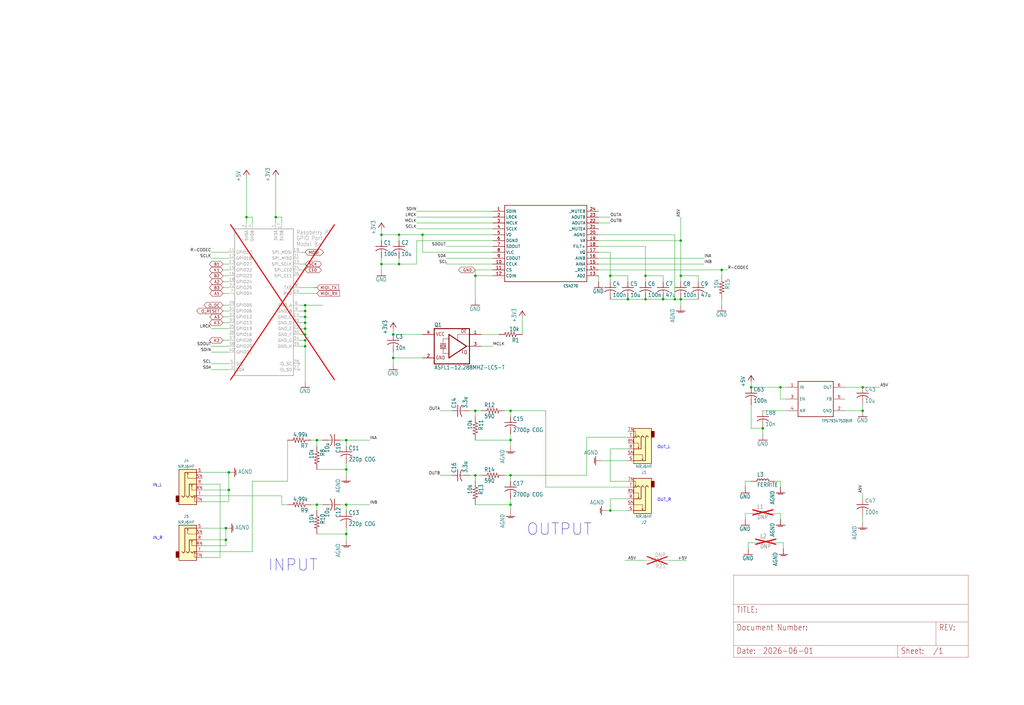
<source format=kicad_sch>
(kicad_sch (version 20231120) (generator "eeschema") (generator_version "8.0")
  (paper "User" 443.23 305.206)
  (junction (at 220.98 205.74))
  (junction (at 205.74 119.38))
  (junction (at 132.08 139.7))
  (junction (at 149.86 190.5))
  (junction (at 373.38 167.64))
  (junction (at 149.86 218.44))
  (junction (at 220.98 190.5))
  (junction (at 99.06 212.09))
  (junction (at 132.08 144.78))
  (junction (at 137.16 190.5))
  (junction (at 106.68 93.98))
  (junction (at 220.98 218.44))
  (junction (at 132.08 142.24))
  (junction (at 271.78 129.54))
  (junction (at 294.64 104.14))
  (junction (at 119.38 93.98))
  (junction (at 137.16 218.44))
  (junction (at 294.64 119.38))
  (junction (at 294.64 129.54))
  (junction (at 165.1 114.3))
  (junction (at 132.08 149.86))
  (junction (at 132.08 134.62))
  (junction (at 279.4 119.38))
  (junction (at 220.98 177.8))
  (junction (at 287.02 129.54))
  (junction (at 99.06 204.47))
  (junction (at 97.79 233.68))
  (junction (at 132.08 132.08))
  (junction (at 182.88 101.6))
  (junction (at 312.42 116.84))
  (junction (at 132.08 137.16))
  (junction (at 264.16 220.98))
  (junction (at 170.18 144.78))
  (junction (at 325.12 167.64))
  (junction (at 97.79 228.6))
  (junction (at 330.2 185.42))
  (junction (at 279.4 129.54))
  (junction (at 172.72 101.6))
  (junction (at 149.86 231.14))
  (junction (at 205.74 205.74))
  (junction (at 373.38 177.8))
  (junction (at 165.1 101.6))
  (junction (at 132.08 147.32))
  (junction (at 337.82 167.64))
  (junction (at 170.18 154.94))
  (junction (at 292.1 129.54))
  (junction (at 264.16 119.38))
  (junction (at 149.86 203.2))
  (junction (at 172.72 114.3))
  (junction (at 205.74 177.8))
  (wire (pts (xy 279.4 129.54) (xy 271.78 129.54)) (stroke (width 0.1524)))
  (wire (pts (xy 129.54 147.32) (xy 132.08 147.32)) (stroke (width 0.1524)))
  (wire (pts (xy 87.63 214.63) (xy 121.92 214.63)))
  (wire (pts (xy 264.16 119.38) (xy 271.78 119.38)) (stroke (width 0.1524)))
  (wire (pts (xy 335.28 208.28) (xy 337.82 208.28)) (stroke (width 0.1524)))
  (wire (pts (xy 236.22 177.8) (xy 236.22 210.82)) (stroke (width 0.1524)))
  (wire (pts (xy 271.78 189.23) (xy 254 189.23)))
  (wire (pts (xy 264.16 220.98) (xy 271.78 220.98)))
  (wire (pts (xy 180.34 99.06) (xy 213.36 99.06)) (stroke (width 0.1524)))
  (wire (pts (xy 262.89 220.98) (xy 264.16 220.98)))
  (wire (pts (xy 259.08 109.22) (xy 264.16 109.22)) (stroke (width 0.1524)))
  (wire (pts (xy 337.82 224.79) (xy 337.82 222.25)) (stroke (width 0.1524)))
  (wire (pts (xy 87.63 209.55) (xy 95.25 209.55)))
  (wire (pts (xy 180.34 93.98) (xy 213.36 93.98)) (stroke (width 0.1524)))
  (wire (pts (xy 87.63 217.17) (xy 99.06 217.17)))
  (wire (pts (xy 337.82 167.64) (xy 340.36 167.64)) (stroke (width 0.1524)))
  (wire (pts (xy 149.86 190.5) (xy 149.86 193.04)) (stroke (width 0.1524)))
  (wire (pts (xy 213.36 104.14) (xy 180.34 104.14)) (stroke (width 0.1524)))
  (wire (pts (xy 271.78 194.31) (xy 264.16 194.31)))
  (wire (pts (xy 121.92 93.98) (xy 121.92 96.52)) (stroke (width 0.1524)))
  (wire (pts (xy 264.16 215.9) (xy 264.16 220.98)))
  (wire (pts (xy 182.88 144.78) (xy 170.18 144.78)) (stroke (width 0.1524)))
  (wire (pts (xy 339.09 237.49) (xy 339.09 234.95)) (stroke (width 0.1524)))
  (wire (pts (xy 124.46 208.28) (xy 109.22 208.28)))
  (wire (pts (xy 373.38 215.9) (xy 373.38 213.36)) (stroke (width 0.1524)))
  (wire (pts (xy 294.64 104.14) (xy 294.64 119.38)) (stroke (width 0.1524)))
  (wire (pts (xy 180.34 104.14) (xy 180.34 114.3)) (stroke (width 0.1524)))
  (wire (pts (xy 218.44 177.8) (xy 220.98 177.8)) (stroke (width 0.1524)))
  (wire (pts (xy 96.52 132.08) (xy 99.06 132.08)) (stroke (width 0.1524)))
  (wire (pts (xy 203.2 177.8) (xy 205.74 177.8)) (stroke (width 0.1524)))
  (wire (pts (xy 279.4 119.38) (xy 279.4 121.92)) (stroke (width 0.1524)))
  (wire (pts (xy 322.58 208.28) (xy 322.58 210.82)) (stroke (width 0.1524)))
  (wire (pts (xy 236.22 210.82) (xy 271.78 210.82)))
  (wire (pts (xy 259.08 111.76) (xy 304.8 111.76)) (stroke (width 0.1524)))
  (wire (pts (xy 213.36 109.22) (xy 182.88 109.22)) (stroke (width 0.1524)))
  (wire (pts (xy 259.08 104.14) (xy 294.64 104.14)) (stroke (width 0.1524)))
  (wire (pts (xy 134.62 190.5) (xy 137.16 190.5)) (stroke (width 0.1524)))
  (wire (pts (xy 373.38 167.64) (xy 381 167.64)) (stroke (width 0.1524)))
  (wire (pts (xy 193.04 114.3) (xy 213.36 114.3)) (stroke (width 0.1524)))
  (wire (pts (xy 294.64 104.14) (xy 294.64 93.98)) (stroke (width 0.1524)))
  (wire (pts (xy 87.63 233.68) (xy 97.79 233.68)))
  (wire (pts (xy 294.64 132.08) (xy 294.64 129.54)) (stroke (width 0.1524)))
  (wire (pts (xy 340.36 177.8) (xy 330.2 177.8)) (stroke (width 0.1524)))
  (wire (pts (xy 129.54 132.08) (xy 132.08 132.08)) (stroke (width 0.1524)))
  (wire (pts (xy 147.32 218.44) (xy 149.86 218.44)) (stroke (width 0.1524)))
  (wire (pts (xy 96.52 137.16) (xy 99.06 137.16)) (stroke (width 0.1524)))
  (wire (pts (xy 287.02 119.38) (xy 287.02 121.92)) (stroke (width 0.1524)))
  (wire (pts (xy 322.58 222.25) (xy 322.58 224.79)) (stroke (width 0.1524)))
  (wire (pts (xy 129.54 144.78) (xy 132.08 144.78)) (stroke (width 0.1524)))
  (wire (pts (xy 279.4 119.38) (xy 287.02 119.38)) (stroke (width 0.1524)))
  (wire (pts (xy 172.72 101.6) (xy 165.1 101.6)) (stroke (width 0.1524)))
  (wire (pts (xy 337.82 210.82) (xy 337.82 208.28)) (stroke (width 0.1524)))
  (wire (pts (xy 97.79 228.6) (xy 97.79 233.68)))
  (wire (pts (xy 121.92 218.44) (xy 124.46 218.44)) (stroke (width 0.1524)))
  (wire (pts (xy 99.06 212.09) (xy 99.06 217.17)))
  (wire (pts (xy 149.86 228.6) (xy 149.86 231.14)) (stroke (width 0.1524)))
  (wire (pts (xy 87.63 212.09) (xy 99.06 212.09)))
  (wire (pts (xy 172.72 114.3) (xy 165.1 114.3)) (stroke (width 0.1524)))
  (wire (pts (xy 91.44 149.86) (xy 99.06 149.86)) (stroke (width 0.1524)))
  (wire (pts (xy 259.08 116.84) (xy 312.42 116.84)) (stroke (width 0.1524)))
  (wire (pts (xy 302.26 119.38) (xy 302.26 121.92)) (stroke (width 0.1524)))
  (wire (pts (xy 294.64 119.38) (xy 302.26 119.38)) (stroke (width 0.1524)))
  (wire (pts (xy 170.18 157.48) (xy 170.18 154.94)) (stroke (width 0.1524)))
  (wire (pts (xy 132.08 114.3) (xy 129.54 114.3)) (stroke (width 0.1524)))
  (wire (pts (xy 236.22 177.8) (xy 220.98 177.8)) (stroke (width 0.1524)))
  (wire (pts (xy 205.74 218.44) (xy 220.98 218.44)) (stroke (width 0.1524)))
  (wire (pts (xy 259.08 106.68) (xy 279.4 106.68)) (stroke (width 0.1524)))
  (wire (pts (xy 95.25 209.55) (xy 95.25 241.3)))
  (wire (pts (xy 365.76 167.64) (xy 373.38 167.64)) (stroke (width 0.1524)))
  (wire (pts (xy 270.51 242.57) (xy 279.4 242.57)))
  (wire (pts (xy 96.52 116.84) (xy 99.06 116.84)) (stroke (width 0.1524)))
  (wire (pts (xy 205.74 177.8) (xy 208.28 177.8)) (stroke (width 0.1524)))
  (wire (pts (xy 289.56 242.57) (xy 297.18 242.57)))
  (wire (pts (xy 365.76 177.8) (xy 373.38 177.8)) (stroke (width 0.1524)))
  (wire (pts (xy 180.34 96.52) (xy 213.36 96.52)) (stroke (width 0.1524)))
  (wire (pts (xy 330.2 185.42) (xy 325.12 185.42)) (stroke (width 0.1524)))
  (wire (pts (xy 326.39 234.95) (xy 323.85 234.95)) (stroke (width 0.1524)))
  (wire (pts (xy 205.74 190.5) (xy 220.98 190.5)) (stroke (width 0.1524)))
  (wire (pts (xy 96.52 119.38) (xy 99.06 119.38)) (stroke (width 0.1524)))
  (wire (pts (xy 132.08 134.62) (xy 132.08 137.16)) (stroke (width 0.1524)))
  (wire (pts (xy 336.55 234.95) (xy 339.09 234.95)) (stroke (width 0.1524)))
  (wire (pts (xy 129.54 137.16) (xy 132.08 137.16)) (stroke (width 0.1524)))
  (wire (pts (xy 109.22 93.98) (xy 109.22 96.52)) (stroke (width 0.1524)))
  (wire (pts (xy 132.08 149.86) (xy 132.08 165.1)) (stroke (width 0.1524)))
  (wire (pts (xy 137.16 203.2) (xy 149.86 203.2)) (stroke (width 0.1524)))
  (wire (pts (xy 149.86 231.14) (xy 149.86 233.68)) (stroke (width 0.1524)))
  (wire (pts (xy 193.04 111.76) (xy 213.36 111.76)) (stroke (width 0.1524)))
  (wire (pts (xy 109.22 238.76) (xy 87.63 238.76)))
  (wire (pts (xy 259.08 101.6) (xy 292.1 101.6)) (stroke (width 0.1524)))
  (wire (pts (xy 137.16 124.46) (xy 135.89 124.46)))
  (wire (pts (xy 325.12 222.25) (xy 322.58 222.25)) (stroke (width 0.1524)))
  (wire (pts (xy 279.4 106.68) (xy 279.4 119.38)) (stroke (width 0.1524)))
  (wire (pts (xy 137.16 193.04) (xy 137.16 190.5)) (stroke (width 0.1524)))
  (wire (pts (xy 213.36 101.6) (xy 182.88 101.6)) (stroke (width 0.1524)))
  (wire (pts (xy 264.16 208.28) (xy 271.78 208.28)))
  (wire (pts (xy 165.1 116.84) (xy 165.1 114.3)) (stroke (width 0.1524)))
  (wire (pts (xy 165.1 101.6) (xy 165.1 104.14)) (stroke (width 0.1524)))
  (wire (pts (xy 91.44 109.22) (xy 99.06 109.22)) (stroke (width 0.1524)))
  (wire (pts (xy 271.78 119.38) (xy 271.78 121.92)) (stroke (width 0.1524)))
  (wire (pts (xy 264.16 93.98) (xy 259.08 93.98)) (stroke (width 0.1524)))
  (wire (pts (xy 340.36 172.72) (xy 337.82 172.72)) (stroke (width 0.1524)))
  (wire (pts (xy 264.16 119.38) (xy 264.16 121.92)) (stroke (width 0.1524)))
  (wire (pts (xy 312.42 116.84) (xy 314.96 116.84)) (stroke (width 0.1524)))
  (wire (pts (xy 220.98 190.5) (xy 220.98 187.96)) (stroke (width 0.1524)))
  (wire (pts (xy 203.2 205.74) (xy 205.74 205.74)) (stroke (width 0.1524)))
  (wire (pts (xy 137.16 218.44) (xy 139.7 218.44)) (stroke (width 0.1524)))
  (wire (pts (xy 220.98 177.8) (xy 220.98 180.34)) (stroke (width 0.1524)))
  (wire (pts (xy 106.68 93.98) (xy 106.68 76.2)) (stroke (width 0.1524)))
  (wire (pts (xy 87.63 236.22) (xy 97.79 236.22)))
  (wire (pts (xy 190.5 205.74) (xy 195.58 205.74)) (stroke (width 0.1524)))
  (wire (pts (xy 165.1 114.3) (xy 165.1 111.76)) (stroke (width 0.1524)))
  (wire (pts (xy 137.16 231.14) (xy 149.86 231.14)) (stroke (width 0.1524)))
  (wire (pts (xy 95.25 241.3) (xy 87.63 241.3)))
  (wire (pts (xy 149.86 200.66) (xy 149.86 203.2)) (stroke (width 0.1524)))
  (wire (pts (xy 259.08 114.3) (xy 304.8 114.3)) (stroke (width 0.1524)))
  (wire (pts (xy 180.34 114.3) (xy 172.72 114.3)) (stroke (width 0.1524)))
  (wire (pts (xy 325.12 167.64) (xy 325.12 165.1)) (stroke (width 0.1524)))
  (wire (pts (xy 264.16 96.52) (xy 259.08 96.52)) (stroke (width 0.1524)))
  (wire (pts (xy 132.08 139.7) (xy 132.08 142.24)) (stroke (width 0.1524)))
  (wire (pts (xy 220.98 220.98) (xy 220.98 218.44)) (stroke (width 0.1524)))
  (wire (pts (xy 87.63 204.47) (xy 99.06 204.47)))
  (wire (pts (xy 182.88 101.6) (xy 172.72 101.6)) (stroke (width 0.1524)))
  (wire (pts (xy 119.38 93.98) (xy 119.38 76.2)) (stroke (width 0.1524)))
  (wire (pts (xy 226.06 144.78) (xy 226.06 137.16)) (stroke (width 0.1524)))
  (wire (pts (xy 121.92 214.63) (xy 121.92 218.44)) (stroke (width 0.1524)))
  (wire (pts (xy 97.79 233.68) (xy 97.79 236.22)))
  (wire (pts (xy 129.54 142.24) (xy 132.08 142.24)) (stroke (width 0.1524)))
  (wire (pts (xy 213.36 116.84) (xy 205.74 116.84)) (stroke (width 0.1524)))
  (wire (pts (xy 259.08 121.92) (xy 259.08 119.38)) (stroke (width 0.1524)))
  (wire (pts (xy 205.74 180.34) (xy 205.74 177.8)) (stroke (width 0.1524)))
  (wire (pts (xy 91.44 142.24) (xy 99.06 142.24)) (stroke (width 0.1524)))
  (wire (pts (xy 312.42 119.38) (xy 312.42 116.84)) (stroke (width 0.1524)))
  (wire (pts (xy 190.5 177.8) (xy 195.58 177.8)) (stroke (width 0.1524)))
  (wire (pts (xy 137.16 190.5) (xy 139.7 190.5)) (stroke (width 0.1524)))
  (wire (pts (xy 337.82 172.72) (xy 337.82 167.64)) (stroke (width 0.1524)))
  (wire (pts (xy 139.7 132.08) (xy 132.08 132.08)) (stroke (width 0.1524)))
  (wire (pts (xy 149.86 203.2) (xy 149.86 205.74)) (stroke (width 0.1524)))
  (wire (pts (xy 96.52 114.3) (xy 99.06 114.3)) (stroke (width 0.1524)))
  (wire (pts (xy 132.08 144.78) (xy 132.08 147.32)) (stroke (width 0.1524)))
  (wire (pts (xy 205.74 119.38) (xy 205.74 129.54)) (stroke (width 0.1524)))
  (wire (pts (xy 119.38 93.98) (xy 121.92 93.98)) (stroke (width 0.1524)))
  (wire (pts (xy 172.72 104.14) (xy 172.72 101.6)) (stroke (width 0.1524)))
  (wire (pts (xy 373.38 177.8) (xy 373.38 175.26)) (stroke (width 0.1524)))
  (wire (pts (xy 129.54 139.7) (xy 132.08 139.7)) (stroke (width 0.1524)))
  (wire (pts (xy 287.02 129.54) (xy 292.1 129.54)) (stroke (width 0.1524)))
  (wire (pts (xy 260.35 199.39) (xy 271.78 199.39)))
  (wire (pts (xy 99.06 204.47) (xy 99.06 212.09)))
  (wire (pts (xy 180.34 91.44) (xy 213.36 91.44)) (stroke (width 0.1524)))
  (wire (pts (xy 91.44 111.76) (xy 99.06 111.76)) (stroke (width 0.1524)))
  (wire (pts (xy 271.78 215.9) (xy 264.16 215.9)))
  (wire (pts (xy 149.86 218.44) (xy 160.02 218.44)) (stroke (width 0.1524)))
  (wire (pts (xy 205.74 208.28) (xy 205.74 205.74)) (stroke (width 0.1524)))
  (wire (pts (xy 170.18 154.94) (xy 170.18 152.4)) (stroke (width 0.1524)))
  (wire (pts (xy 132.08 132.08) (xy 132.08 134.62)) (stroke (width 0.1524)))
  (wire (pts (xy 312.42 132.08) (xy 312.42 129.54)) (stroke (width 0.1524)))
  (wire (pts (xy 132.08 109.22) (xy 129.54 109.22)) (stroke (width 0.1524)))
  (wire (pts (xy 330.2 187.96) (xy 330.2 185.42)) (stroke (width 0.1524)))
  (wire (pts (xy 96.52 134.62) (xy 99.06 134.62)) (stroke (width 0.1524)))
  (wire (pts (xy 132.08 137.16) (xy 132.08 139.7)) (stroke (width 0.1524)))
  (wire (pts (xy 147.32 190.5) (xy 149.86 190.5)) (stroke (width 0.1524)))
  (wire (pts (xy 119.38 93.98) (xy 119.38 96.52)) (stroke (width 0.1524)))
  (wire (pts (xy 129.54 134.62) (xy 132.08 134.62)) (stroke (width 0.1524)))
  (wire (pts (xy 325.12 185.42) (xy 325.12 175.26)) (stroke (width 0.1524)))
  (wire (pts (xy 96.52 127) (xy 99.06 127)) (stroke (width 0.1524)))
  (wire (pts (xy 96.52 147.32) (xy 99.06 147.32)) (stroke (width 0.1524)))
  (wire (pts (xy 129.54 149.86) (xy 132.08 149.86)) (stroke (width 0.1524)))
  (wire (pts (xy 132.08 147.32) (xy 132.08 149.86)) (stroke (width 0.1524)))
  (wire (pts (xy 287.02 129.54) (xy 279.4 129.54)) (stroke (width 0.1524)))
  (wire (pts (xy 220.98 205.74) (xy 220.98 208.28)) (stroke (width 0.1524)))
  (wire (pts (xy 91.44 152.4) (xy 99.06 152.4)) (stroke (width 0.1524)))
  (wire (pts (xy 129.54 124.46) (xy 137.16 124.46)) (stroke (width 0.1524)))
  (wire (pts (xy 137.16 127) (xy 129.54 127)) (stroke (width 0.1524)))
  (wire (pts (xy 106.68 93.98) (xy 106.68 96.52)) (stroke (width 0.1524)))
  (wire (pts (xy 124.46 190.5) (xy 124.46 208.28)))
  (wire (pts (xy 220.98 193.04) (xy 220.98 190.5)) (stroke (width 0.1524)))
  (wire (pts (xy 220.98 205.74) (xy 254 205.74)) (stroke (width 0.1524)))
  (wire (pts (xy 271.78 129.54) (xy 264.16 129.54)) (stroke (width 0.1524)))
  (wire (pts (xy 149.86 218.44) (xy 149.86 220.98)) (stroke (width 0.1524)))
  (wire (pts (xy 182.88 109.22) (xy 182.88 101.6)) (stroke (width 0.1524)))
  (wire (pts (xy 91.44 157.48) (xy 99.06 157.48)) (stroke (width 0.1524)))
  (wire (pts (xy 208.28 149.86) (xy 213.36 149.86)) (stroke (width 0.1524)))
  (wire (pts (xy 264.16 194.31) (xy 264.16 208.28)))
  (wire (pts (xy 96.52 124.46) (xy 99.06 124.46)) (stroke (width 0.1524)))
  (wire (pts (xy 106.68 93.98) (xy 109.22 93.98)) (stroke (width 0.1524)))
  (wire (pts (xy 193.04 106.68) (xy 213.36 106.68)) (stroke (width 0.1524)))
  (wire (pts (xy 96.52 139.7) (xy 99.06 139.7)) (stroke (width 0.1524)))
  (wire (pts (xy 165.1 99.06) (xy 165.1 101.6)) (stroke (width 0.1524)))
  (wire (pts (xy 373.38 226.06) (xy 373.38 223.52)) (stroke (width 0.1524)))
  (wire (pts (xy 91.44 160.02) (xy 99.06 160.02)) (stroke (width 0.1524)))
  (wire (pts (xy 302.26 129.54) (xy 294.64 129.54)) (stroke (width 0.1524)))
  (wire (pts (xy 205.74 205.74) (xy 208.28 205.74)) (stroke (width 0.1524)))
  (wire (pts (xy 87.63 228.6) (xy 97.79 228.6)))
  (wire (pts (xy 220.98 218.44) (xy 220.98 215.9)) (stroke (width 0.1524)))
  (wire (pts (xy 96.52 121.92) (xy 99.06 121.92)) (stroke (width 0.1524)))
  (wire (pts (xy 335.28 222.25) (xy 337.82 222.25)) (stroke (width 0.1524)))
  (wire (pts (xy 134.62 218.44) (xy 137.16 218.44)) (stroke (width 0.1524)))
  (wire (pts (xy 218.44 205.74) (xy 220.98 205.74)) (stroke (width 0.1524)))
  (wire (pts (xy 205.74 119.38) (xy 213.36 119.38)) (stroke (width 0.1524)))
  (wire (pts (xy 325.12 208.28) (xy 322.58 208.28)) (stroke (width 0.1524)))
  (wire (pts (xy 254 189.23) (xy 254 205.74)))
  (wire (pts (xy 325.12 167.64) (xy 337.82 167.64)) (stroke (width 0.1524)))
  (wire (pts (xy 215.9 144.78) (xy 208.28 144.78)) (stroke (width 0.1524)))
  (wire (pts (xy 172.72 111.76) (xy 172.72 114.3)) (stroke (width 0.1524)))
  (wire (pts (xy 109.22 208.28) (xy 109.22 238.76)))
  (wire (pts (xy 323.85 234.95) (xy 323.85 237.49)) (stroke (width 0.1524)))
  (wire (pts (xy 137.16 220.98) (xy 137.16 218.44)) (stroke (width 0.1524)))
  (wire (pts (xy 149.86 190.5) (xy 160.02 190.5)) (stroke (width 0.1524)))
  (wire (pts (xy 132.08 142.24) (xy 132.08 144.78)) (stroke (width 0.1524)))
  (wire (pts (xy 292.1 101.6) (xy 292.1 129.54)) (stroke (width 0.1524)))
  (wire (pts (xy 264.16 109.22) (xy 264.16 119.38)) (stroke (width 0.1524)))
  (wire (pts (xy 170.18 144.78) (xy 170.18 142.24)) (stroke (width 0.1524)))
  (wire (pts (xy 292.1 129.54) (xy 294.64 129.54)) (stroke (width 0.1524)))
  (wire (pts (xy 132.08 116.84) (xy 129.54 116.84)) (stroke (width 0.1524)))
  (wire (pts (xy 205.74 116.84) (xy 205.74 119.38)) (stroke (width 0.1524)))
  (wire (pts (xy 294.64 119.38) (xy 294.64 121.92)) (stroke (width 0.1524)))
  (wire (pts (xy 182.88 154.94) (xy 170.18 154.94)) (stroke (width 0.1524)))
  (text "OUTPUT" (at 227.838 232.156 0) (effects (font (size 5 5)) (justify left bottom)))
  (text "IN_R\n" (at 66.04 233.68 0) (effects (font (size 1.27 1.27)) (justify left bottom)))
  (text "INPUT" (at 115.824 247.65 0) (effects (font (size 5 5)) (justify left bottom)))
  (text "OUT_L" (at 284.48 194.31 0) (effects (font (size 1.27 1.27)) (justify left bottom)))
  (text "IN_L\n" (at 66.04 210.82 0) (effects (font (size 1.27 1.27)) (justify left bottom)))
  (text "OUT_R\n" (at 284.48 217.17 0) (effects (font (size 1.27 1.27)) (justify left bottom)))
  (label "SCLK" (at 91.44 111.76 180) (effects (font (size 1.2446 1.2446))))
  (label "SDA" (at 91.44 160.02 180) (effects (font (size 1.2446 1.2446))))
  (label "+5V" (at 293.37 242.57 0))
  (label "LRCK" (at 180.34 93.98 180) (effects (font (size 1.2446 1.2446))))
  (label "A5V" (at 373.38 213.36 90) (effects (font (size 1.2446 1.2446))))
  (label "SDIN" (at 180.34 91.44 180) (effects (font (size 1.2446 1.2446))))
  (label "A5V" (at 294.64 93.98 90) (effects (font (size 1.2446 1.2446))))
  (label "A5V" (at 271.78 242.57 0))
  (label "INA" (at 304.8 111.76 0) (effects (font (size 1.2446 1.2446))))
  (label "OUTA" (at 264.16 93.98 0) (effects (font (size 1.2446 1.2446))))
  (label "INB" (at 304.8 114.3 0) (effects (font (size 1.2446 1.2446))))
  (label "SDOUT" (at 193.04 106.68 180) (effects (font (size 1.2446 1.2446))))
  (label "A5V" (at 381 167.64 0) (effects (font (size 1.2446 1.2446))))
  (label "SDA" (at 193.04 111.76 180) (effects (font (size 1.2446 1.2446))))
  (label "MCLK" (at 213.36 149.86 0) (effects (font (size 1.2446 1.2446))))
  (label "INB" (at 160.02 218.44 0) (effects (font (size 1.2446 1.2446))))
  (label "SDOUT" (at 91.44 149.86 180) (effects (font (size 1.2446 1.2446))))
  (label "R-CODEC" (at 314.96 116.84 0) (effects (font (size 1.2446 1.2446))))
  (label "SCL" (at 91.44 157.48 180) (effects (font (size 1.2446 1.2446))))
  (label "R-CODEC" (at 91.44 109.22 180) (effects (font (size 1.2446 1.2446))))
  (label "SCL" (at 193.675 114.3 180) (effects (font (size 1.2446 1.2446))))
  (label "OUTB" (at 264.16 96.52 0) (effects (font (size 1.2446 1.2446))))
  (label "MCLK" (at 180.34 96.52 180) (effects (font (size 1.2446 1.2446))))
  (label "OUTA" (at 190.5 177.8 180) (effects (font (size 1.2446 1.2446))))
  (label "LRCK" (at 91.44 142.24 180) (effects (font (size 1.2446 1.2446))))
  (label "INA" (at 160.02 190.5 0) (effects (font (size 1.2446 1.2446))))
  (label "OUTB" (at 190.5 205.74 180) (effects (font (size 1.2446 1.2446))))
  (label "SCLK" (at 180.34 99.06 180) (effects (font (size 1.2446 1.2446))))
  (label "SDIN" (at 91.44 152.4 180) (effects (font (size 1.2446 1.2446))))
  (global_label "O_RESET" (shape bidirectional) (at 96.52 134.62 180) (effects (font (size 1.2446 1.2446))) (property "Intersheetrefs" "${INTERSHEET_REFS}" (effects (hide yes))))
  (global_label "B3" (shape bidirectional) (at 96.52 124.46 180) (effects (font (size 1.2446 1.2446))) (property "Intersheetrefs" "${INTERSHEET_REFS}" (effects (hide yes))))
  (global_label "O_DC" (shape bidirectional) (at 96.52 132.08 180) (effects (font (size 1.2446 1.2446))) (property "Intersheetrefs" "${INTERSHEET_REFS}" (effects (hide yes))))
  (global_label "A2" (shape bidirectional) (at 96.52 121.92 180) (effects (font (size 1.2446 1.2446))) (property "Intersheetrefs" "${INTERSHEET_REFS}" (effects (hide yes))))
  (global_label "MOSI" (shape bidirectional) (at 132.08 109.22 0) (effects (font (size 1.2446 1.2446))) (property "Intersheetrefs" "${INTERSHEET_REFS}" (effects (hide yes))))
  (global_label "B1" (shape bidirectional) (at 96.52 114.3 180) (effects (font (size 1.2446 1.2446))) (property "Intersheetrefs" "${INTERSHEET_REFS}" (effects (hide yes))))
  (global_label "CE0" (shape bidirectional) (at 132.08 116.84 0) (effects (font (size 1.2446 1.2446))) (property "Intersheetrefs" "${INTERSHEET_REFS}" (effects (hide yes))))
  (global_label "MIDI_TX" (shape input) (at 137.16 124.46 0) (property "Intersheetrefs" "${INTERSHEET_REFS}" (effects (hide yes))))
  (global_label "K3" (shape bidirectional) (at 96.52 139.7 180) (effects (font (size 1.2446 1.2446))) (property "Intersheetrefs" "${INTERSHEET_REFS}" (effects (hide yes))))
  (global_label "K2" (shape bidirectional) (at 96.52 147.32 180) (effects (font (size 1.2446 1.2446))) (property "Intersheetrefs" "${INTERSHEET_REFS}" (effects (hide yes))))
  (global_label "K1" (shape bidirectional) (at 96.52 116.84 180) (effects (font (size 1.2446 1.2446))) (property "Intersheetrefs" "${INTERSHEET_REFS}" (effects (hide yes))))
  (global_label "A1" (shape bidirectional) (at 96.52 127 180) (effects (font (size 1.2446 1.2446))) (property "Intersheetrefs" "${INTERSHEET_REFS}" (effects (hide yes))))
  (global_label "A3" (shape bidirectional) (at 96.52 137.16 180) (effects (font (size 1.2446 1.2446))) (property "Intersheetrefs" "${INTERSHEET_REFS}" (effects (hide yes))))
  (global_label "SCK" (shape bidirectional) (at 132.08 114.3 0) (effects (font (size 1.2446 1.2446))) (property "Intersheetrefs" "${INTERSHEET_REFS}" (effects (hide yes))))
  (global_label "B2" (shape bidirectional) (at 96.52 119.38 180) (effects (font (size 1.2446 1.2446))) (property "Intersheetrefs" "${INTERSHEET_REFS}" (effects (hide yes))))
  (global_label "MIDI_RX" (shape input) (at 137.16 127 0) (property "Intersheetrefs" "${INTERSHEET_REFS}" (effects (hide yes))))
  (global_label "GND" (shape bidirectional) (at 205.74 116.84 180) (effects (font (size 1.2446 1.2446))) (property "Intersheetrefs" "${INTERSHEET_REFS}" (effects (hide yes))))
  (symbol (lib_id "norns-shield-210330-eagle-import:R-US_R0603") (at 205.74 213.36 270) (unit 1)
    (property "Reference" "R13" (at 207.2386 209.55 0) (effects (font (size 1.778 1.5113)) (justify left bottom)))
    (property "Value" "10k" (at 202.438 209.55 0) (effects (font (size 1.778 1.5113)) (justify left bottom)))
    (property "Footprint" "ShieldXL:R0603" (effects (hide yes)))
  )
  (symbol (lib_id "norns-shield-210330-eagle-import:+3V3") (at 119.38 73.66 0) (unit 1)
    (property "Reference" "#+3V01" (effects (hide yes)))
    (property "Value" "+3V3" (at 116.84 78.74 90) (effects (font (size 1.778 1.5113)) (justify left bottom)))
  )
  (symbol (lib_id "norns-shield-210330-eagle-import:C-USC0805") (at 198.12 177.8 90) (unit 1)
    (property "Reference" "C14" (at 197.485 176.784 0) (effects (font (size 1.778 1.5113)) (justify left bottom)))
    (property "Value" "3.3u" (at 202.311 176.784 0) (effects (font (size 1.778 1.5113)) (justify left bottom)))
    (property "Footprint" "ShieldXL:C0805" (effects (hide yes)))
  )
  (symbol (lib_id "norns-shield-210330-eagle-import:AGND") (at 220.98 223.52 0) (unit 1)
    (property "Reference" "#AGND07" (effects (hide yes)))
    (property "Value" "AGND" (at 218.44 228.6 90) (effects (font (size 1.778 1.5113)) (justify left bottom)))
  )
  (symbol (lib_id "norns-shield-210330-eagle-import:+3V3") (at 165.1 96.52 0) (unit 1)
    (property "Reference" "#+3V02" (effects (hide yes)))
    (property "Value" "+3V3" (at 162.56 101.6 90) (effects (font (size 1.778 1.5113)) (justify left bottom)))
  )
  (symbol (lib_id "norns-shield-210330-eagle-import:AGND") (at 337.82 213.36 0) (unit 1)
    (property "Reference" "#AGND09" (effects (hide yes)))
    (property "Value" "AGND" (at 335.28 218.44 90) (effects (font (size 1.778 1.5113)) (justify left bottom)))
  )
  (symbol (lib_id "norns-shield-210330-eagle-import:TABL_L") (at 317.5 284.48 0) (unit 2)
    (property "Reference" "#FRAME1" (effects (hide yes)))
    (property "Value" "TABL_L" (effects (hide yes)))
  )
  (symbol (lib_id "Connector_Audio:NRJ6HF") (at 276.86 194.31 180) (unit 1)
    (property "Reference" "J1" (at 278.765 204.47 0))
    (property "Value" "NRJ6HF" (at 278.765 201.93 0))
    (property "Footprint" "ShieldXL:Jack_6.35mm_Neutrik_NRJ6HF_Horizontal" (effects (hide yes)))
    (property "Datasheet" "https://www.neutrik.com/en/product/nrj6hf" (effects (hide yes)))
  )
  (symbol (lib_id "norns-shield-210330-eagle-import:AGND") (at 100.33 228.6 90) (unit 1)
    (property "Reference" "#AGND010" (effects (hide yes)))
    (property "Value" "AGND" (at 107.95 227.33 90) (effects (font (size 1.778 1.5113)) (justify left bottom)))
  )
  (symbol (lib_id "norns-shield-210330-eagle-import:AGND") (at 149.86 208.28 0) (unit 1)
    (property "Reference" "#AGND04" (effects (hide yes)))
    (property "Value" "AGND" (at 147.32 213.36 90) (effects (font (size 1.778 1.5113)) (justify left bottom)))
  )
  (symbol (lib_id "norns-shield-210330-eagle-import:SparkFun-Aesthetics_GND") (at 323.85 240.03 0) (unit 1)
    (property "Reference" "#GND09" (effects (hide yes)))
    (property "Value" "GND" (at 321.31 242.57 0) (effects (font (size 1.778 1.5113)) (justify left bottom)))
  )
  (symbol (lib_id "norns-shield-210330-eagle-import:+5V") (at 325.12 162.56 0) (unit 1)
    (property "Reference" "#P+03" (effects (hide yes)))
    (property "Value" "+5V" (at 322.58 167.64 90) (effects (font (size 1.778 1.5113)) (justify left bottom)))
  )
  (symbol (lib_id "norns-shield-210330-eagle-import:C-USC0805") (at 144.78 218.44 270) (unit 1)
    (property "Reference" "C12" (at 145.415 219.456 0) (effects (font (size 1.778 1.5113)) (justify left bottom)))
    (property "Value" "10u" (at 140.589 219.456 0) (effects (font (size 1.778 1.5113)) (justify left bottom)))
    (property "Footprint" "ShieldXL:C0805" (effects (hide yes)))
  )
  (symbol (lib_id "norns-shield-210330-eagle-import:C-USC0805") (at 271.78 124.46 0) (unit 1)
    (property "Reference" "C5" (at 272.796 123.825 0) (effects (font (size 1.778 1.5113)) (justify left bottom)))
    (property "Value" "10u" (at 272.796 128.651 0) (effects (font (size 1.778 1.5113)) (justify left bottom)))
    (property "Footprint" "ShieldXL:C0805" (effects (hide yes)))
  )
  (symbol (lib_id "norns-shield-210330-eagle-import:C-USC0603") (at 373.38 218.44 0) (unit 1)
    (property "Reference" "C47" (at 374.396 217.805 0) (effects (font (size 1.778 1.5113)) (justify left bottom)))
    (property "Value" "100n" (at 374.396 222.631 0) (effects (font (size 1.778 1.5113)) (justify left bottom)))
    (property "Footprint" "ShieldXL:C0603" (effects (hide yes)))
  )
  (symbol (lib_id "norns-shield-210330-eagle-import:C-USC0805") (at 373.38 170.18 0) (unit 1)
    (property "Reference" "C43" (at 374.396 169.545 0) (effects (font (size 1.778 1.5113)) (justify left bottom)))
    (property "Value" "10u" (at 374.396 174.371 0) (effects (font (size 1.778 1.5113)) (justify left bottom)))
    (property "Footprint" "ShieldXL:C0805" (effects (hide yes)))
  )
  (symbol (lib_id "norns-shield-210330-eagle-import:R-US_R0603") (at 129.54 190.5 180) (unit 1)
    (property "Reference" "R7" (at 133.35 191.9986 0) (effects (font (size 1.778 1.5113)) (justify left bottom)))
    (property "Value" "4.99k" (at 133.35 187.198 0) (effects (font (size 1.778 1.5113)) (justify left bottom)))
    (property "Footprint" "ShieldXL:R0603" (effects (hide yes)))
  )
  (symbol (lib_id "norns-shield-210330-eagle-import:ASF") (at 195.58 149.86 0) (unit 1)
    (property "Reference" "Q1" (at 187.96 141.605 0) (effects (font (size 1.778 1.5113)) (justify left bottom)))
    (property "Value" "ASFL1-12.288MHZ-LCS-T" (at 187.96 160.02 0) (effects (font (size 1.778 1.5113)) (justify left bottom)))
    (property "Footprint" "ShieldXL:ASF" (effects (hide yes)))
  )
  (symbol (lib_id "norns-shield-210330-eagle-import:AGND") (at 220.98 195.58 0) (unit 1)
    (property "Reference" "#AGND06" (effects (hide yes)))
    (property "Value" "AGND" (at 218.44 200.66 90) (effects (font (size 1.778 1.5113)) (justify left bottom)))
  )
  (symbol (lib_id "norns-shield-210330-eagle-import:GND") (at 170.18 160.02 0) (unit 1)
    (property "Reference" "#GND03" (effects (hide yes)))
    (property "Value" "GND" (at 167.64 162.56 0) (effects (font (size 1.778 1.5113)) (justify left bottom)))
  )
  (symbol (lib_id "norns-shield-210330-eagle-import:AGND") (at 101.6 204.47 90) (unit 1)
    (property "Reference" "#AGND08" (effects (hide yes)))
    (property "Value" "AGND" (at 109.22 203.2 90) (effects (font (size 1.778 1.5113)) (justify left bottom)))
  )
  (symbol (lib_id "norns-shield-210330-eagle-import:C-USC1206") (at 287.02 124.46 0) (unit 1)
    (property "Reference" "C7" (at 288.036 123.825 0) (effects (font (size 1.778 1.5113)) (justify left bottom)))
    (property "Value" "47u" (at 288.036 128.651 0) (effects (font (size 1.778 1.5113)) (justify left bottom)))
    (property "Footprint" "ShieldXL:C1206" (effects (hide yes)))
  )
  (symbol (lib_id "norns-shield-210330-eagle-import:R-US_R0603") (at 312.42 124.46 270) (unit 1)
    (property "Reference" "R15" (at 313.9186 120.65 0) (effects (font (size 1.778 1.5113)) (justify left bottom)))
    (property "Value" "10k" (at 309.118 120.65 0) (effects (font (size 1.778 1.5113)) (justify left bottom)))
    (property "Footprint" "ShieldXL:R0603" (effects (hide yes)))
  )
  (symbol (lib_id "Connector_Audio:NRJ6HF") (at 276.86 215.9 180) (unit 1)
    (property "Reference" "J2" (at 278.765 226.06 0))
    (property "Value" "NRJ6HF" (at 278.765 223.52 0))
    (property "Footprint" "ShieldXL:Jack_6.35mm_Neutrik_NRJ6HF_Horizontal" (effects (hide yes)))
    (property "Datasheet" "https://www.neutrik.com/en/product/nrj6hf" (effects (hide yes)))
  )
  (symbol (lib_id "norns-shield-210330-eagle-import:GND") (at 205.74 132.08 0) (unit 1)
    (property "Reference" "#GND04" (effects (hide yes)))
    (property "Value" "GND" (at 203.2 134.62 0) (effects (font (size 1.778 1.5113)) (justify left bottom)))
  )
  (symbol (lib_id "norns-shield-210330-eagle-import:C-USC0603") (at 170.18 147.32 0) (unit 1)
    (property "Reference" "C3" (at 171.196 146.685 0) (effects (font (size 1.778 1.5113)) (justify left bottom)))
    (property "Value" "10n" (at 171.196 151.511 0) (effects (font (size 1.778 1.5113)) (justify left bottom)))
    (property "Footprint" "ShieldXL:C0603" (effects (hide yes)))
  )
  (symbol (lib_id "norns-shield-210330-eagle-import:GND") (at 330.2 190.5 0) (unit 1)
    (property "Reference" "#GND067" (effects (hide yes)))
    (property "Value" "GND" (at 327.66 193.04 0) (effects (font (size 1.778 1.5113)) (justify left bottom)))
  )
  (symbol (lib_id "norns-shield-210330-eagle-import:GND") (at 165.1 119.38 0) (unit 1)
    (property "Reference" "#GND02" (effects (hide yes)))
    (property "Value" "GND" (at 162.56 121.92 0) (effects (font (size 1.778 1.5113)) (justify left bottom)))
  )
  (symbol (lib_id "norns-shield-210330-eagle-import:C-USC0603") (at 149.86 223.52 0) (unit 1)
    (property "Reference" "C13" (at 150.876 222.885 0) (effects (font (size 1.778 1.5113)) (justify left bottom)))
    (property "Value" "220p COG" (at 150.876 227.711 0) (effects (font (size 1.778 1.5113)) (justify left bottom)))
    (property "Footprint" "ShieldXL:C0603" (effects (hide yes)))
  )
  (symbol (lib_id "norns-shield-210330-eagle-import:R-US_R0603") (at 284.48 242.57 180) (unit 1) (dnp yes)
    (property "Reference" "R21" (at 288.29 244.0686 0) (effects (font (size 1.778 1.5113)) (justify left bottom)))
    (property "Value" "DNP" (at 288.29 239.268 0) (effects (font (size 1.778 1.5113)) (justify left bottom)))
    (property "Footprint" "ShieldXL:R0603" (effects (hide yes)))
  )
  (symbol (lib_id "norns-shield-210330-eagle-import:L_0805") (at 330.2 222.25 0) (unit 1) (dnp yes)
    (property "Reference" "L1" (at 327.66 220.345 0) (effects (font (size 1.778 1.5113)) (justify left bottom)))
    (property "Value" "DNP" (at 327.66 224.79 0) (effects (font (size 1.778 1.5113)) (justify left bottom)))
    (property "Footprint" "ShieldXL:L0805" (effects (hide yes)))
  )
  (symbol (lib_id "norns-shield-210330-eagle-import:C-USC0603") (at 149.86 195.58 0) (unit 1)
    (property "Reference" "C11" (at 150.876 194.945 0) (effects (font (size 1.778 1.5113)) (justify left bottom)))
    (property "Value" "220p COG" (at 150.876 199.771 0) (effects (font (size 1.778 1.5113)) (justify left bottom)))
    (property "Footprint" "ShieldXL:C0603" (effects (hide yes)))
  )
  (symbol (lib_id "norns-shield-210330-eagle-import:R-US_R0603") (at 137.16 226.06 270) (unit 1)
    (property "Reference" "R10" (at 138.6586 222.25 0) (effects (font (size 1.778 1.5113)) (justify left bottom)))
    (property "Value" "10k" (at 133.858 222.25 0) (effects (font (size 1.778 1.5113)) (justify left bottom)))
    (property "Footprint" "ShieldXL:R0603" (effects (hide yes)))
  )
  (symbol (lib_id "norns-shield-210330-eagle-import:GND") (at 373.38 180.34 0) (unit 1)
    (property "Reference" "#GND068" (effects (hide yes)))
    (property "Value" "GND" (at 370.84 182.88 0) (effects (font (size 1.778 1.5113)) (justify left bottom)))
  )
  (symbol (lib_id "Connector_Audio:NRJ6HF") (at 82.55 209.55 0) (unit 1)
    (property "Reference" "J4" (at 80.645 199.39 0))
    (property "Value" "NRJ6HF" (at 80.645 201.93 0))
    (property "Footprint" "ShieldXL:Jack_6.35mm_Neutrik_NRJ6HF_Horizontal" (effects (hide yes)))
    (property "Datasheet" "https://www.neutrik.com/en/product/nrj6hf" (effects (hide yes)))
  )
  (symbol (lib_id "norns-shield-210330-eagle-import:C-USC0805") (at 172.72 106.68 0) (unit 1)
    (property "Reference" "C2" (at 173.736 106.045 0) (effects (font (size 1.778 1.5113)) (justify left bottom)))
    (property "Value" "10u" (at 173.736 110.871 0) (effects (font (size 1.778 1.5113)) (justify left bottom)))
    (property "Footprint" "ShieldXL:C0805" (effects (hide yes)))
  )
  (symbol (lib_id "norns-shield-210330-eagle-import:GND") (at 312.42 134.62 0) (unit 1)
    (property "Reference" "#GND05" (effects (hide yes)))
    (property "Value" "GND" (at 309.88 137.16 0) (effects (font (size 1.778 1.5113)) (justify left bottom)))
  )
  (symbol (lib_id "norns-shield-210330-eagle-import:C-USC0603") (at 220.98 210.82 0) (unit 1)
    (property "Reference" "C17" (at 221.996 210.185 0) (effects (font (size 1.778 1.5113)) (justify left bottom)))
    (property "Value" "2700p COG" (at 221.996 215.011 0) (effects (font (size 1.778 1.5113)) (justify left bottom)))
    (property "Footprint" "ShieldXL:C0603" (effects (hide yes)))
  )
  (symbol (lib_id "norns-shield-210330-eagle-import:AGND") (at 257.81 199.39 270) (unit 1)
    (property "Reference" "#AGND013" (effects (hide yes)))
    (property "Value" "AGND" (at 252.73 196.85 90) (effects (font (size 1.778 1.5113)) (justify left bottom)))
  )
  (symbol (lib_id "norns-shield-210330-eagle-import:+5V") (at 106.68 73.66 0) (unit 1)
    (property "Reference" "#P+01" (effects (hide yes)))
    (property "Value" "+5V" (at 104.14 78.74 90) (effects (font (size 1.778 1.5113)) (justify left bottom)))
  )
  (symbol (lib_id "norns-shield-210330-eagle-import:SparkFun-Aesthetics_GND") (at 322.58 227.33 0) (unit 1)
    (property "Reference" "#GND08" (effects (hide yes)))
    (property "Value" "GND" (at 320.04 229.87 0) (effects (font (size 1.778 1.5113)) (justify left bottom)))
  )
  (symbol (lib_id "norns-shield-210330-eagle-import:GND") (at 132.08 167.64 0) (unit 1)
    (property "Reference" "#GND01" (effects (hide yes)))
    (property "Value" "GND" (at 129.54 170.18 0) (effects (font (size 1.778 1.5113)) (justify left bottom)))
  )
  (symbol (lib_id "Connector_Audio:NRJ6HF") (at 82.55 233.68 0) (unit 1)
    (property "Reference" "J5" (at 80.645 223.52 0))
    (property "Value" "NRJ6HF" (at 80.645 226.06 0))
    (property "Footprint" "ShieldXL:Jack_6.35mm_Neutrik_NRJ6HF_Horizontal" (effects (hide yes)))
    (property "Datasheet" "https://www.neutrik.com/en/product/nrj6hf" (effects (hide yes)))
  )
  (symbol (lib_id "norns-shield-210330-eagle-import:+3V3") (at 226.06 134.62 0) (unit 1)
    (property "Reference" "#+3V04" (effects (hide yes)))
    (property "Value" "+3V3" (at 223.52 139.7 90) (effects (font (size 1.778 1.5113)) (justify left bottom)))
  )
  (symbol (lib_id "norns-shield-210330-eagle-import:R-US_R0603") (at 205.74 185.42 270) (unit 1)
    (property "Reference" "R11" (at 207.2386 181.61 0) (effects (font (size 1.778 1.5113)) (justify left bottom)))
    (property "Value" "10k" (at 202.438 181.61 0) (effects (font (size 1.778 1.5113)) (justify left bottom)))
    (property "Footprint" "ShieldXL:R0603" (effects (hide yes)))
  )
  (symbol (lib_id "norns-shield-210330-eagle-import:CS4270") (at 236.22 104.14 0) (unit 1)
    (property "Reference" "U1" (effects (hide yes)))
    (property "Value" "CS4270" (at 243.84 124.46 0) (effects (font (size 1.27 1.0795)) (justify left bottom)))
    (property "Footprint" "ShieldXL:TSSOP24" (effects (hide yes)))
  )
  (symbol (lib_id "norns-shield-210330-eagle-import:RASPI_BOARD_B+#_E3") (at 114.3 124.46 0) (unit 1) (dnp yes)
    (property "Reference" "X1" (effects (hide yes)))
    (property "Value" "RASPI_BOARD_B+#_E3" (effects (hide yes)))
    (property "Footprint" "ShieldXL:RASPI_BOARD_B+_EDGES_3DRILL" (effects (hide yes)))
  )
  (symbol (lib_id "norns-shield-210330-eagle-import:C-USC0603") (at 165.1 106.68 0) (unit 1)
    (property "Reference" "C1" (at 166.116 106.045 0) (effects (font (size 1.778 1.5113)) (justify left bottom)))
    (property "Value" "100n" (at 166.116 110.871 0) (effects (font (size 1.778 1.5113)) (justify left bottom)))
    (property "Footprint" "ShieldXL:C0603" (effects (hide yes)))
  )
  (symbol (lib_id "norns-shield-210330-eagle-import:GND") (at 259.08 124.46 0) (unit 1)
    (property "Reference" "#GND07" (effects (hide yes)))
    (property "Value" "GND" (at 256.54 127 0) (effects (font (size 1.778 1.5113)) (justify left bottom)))
  )
  (symbol (lib_id "norns-shield-210330-eagle-import:C-USC0603") (at 330.2 180.34 0) (unit 1)
    (property "Reference" "C88" (at 331.216 179.705 0) (effects (font (size 1.778 1.5113)) (justify left bottom)))
    (property "Value" "10n" (at 331.216 184.531 0) (effects (font (size 1.778 1.5113)) (justify left bottom)))
    (property "Footprint" "ShieldXL:C0603" (effects (hide yes)))
  )
  (symbol (lib_id "norns-shield-210330-eagle-import:AGND") (at 260.35 220.98 270) (unit 1)
    (property "Reference" "#AGND012" (effects (hide yes)))
    (property "Value" "AGND" (at 255.27 218.44 90) (effects (font (size 1.778 1.5113)) (justify left bottom)))
  )
  (symbol (lib_id "norns-shield-210330-eagle-import:C-USC1206") (at 302.26 124.46 0) (unit 1)
    (property "Reference" "C9" (at 303.276 123.825 0) (effects (font (size 1.778 1.5113)) (justify left bottom)))
    (property "Value" "47u" (at 303.276 128.651 0) (effects (font (size 1.778 1.5113)) (justify left bottom)))
    (property "Footprint" "ShieldXL:C1206" (effects (hide yes)))
  )
  (symbol (lib_id "norns-shield-210330-eagle-import:R-US_R0603") (at 137.16 198.12 270) (unit 1)
    (property "Reference" "R8" (at 138.6586 194.31 0) (effects (font (size 1.778 1.5113)) (justify left bottom)))
    (property "Value" "10k" (at 133.858 194.31 0) (effects (font (size 1.778 1.5113)) (justify left bottom)))
    (property "Footprint" "ShieldXL:R0603" (effects (hide yes)))
  )
  (symbol (lib_id "norns-shield-210330-eagle-import:TPS793") (at 353.06 172.72 0) (unit 1)
    (property "Reference" "U11" (effects (hide yes)))
    (property "Value" "TPS793475DBVR" (at 355.6 182.88 0) (effects (font (size 1.27 1.0795)) (justify left bottom)))
    (property "Footprint" "ShieldXL:SSOP5" (effects (hide yes)))
  )
  (symbol (lib_id "norns-shield-210330-eagle-import:AGND") (at 373.38 228.6 0) (unit 1)
    (property "Reference" "#AGND011" (effects (hide yes)))
    (property "Value" "AGND" (at 370.84 233.68 90) (effects (font (size 1.778 1.5113)) (justify left bottom)))
  )
  (symbol (lib_id "norns-shield-210330-eagle-import:R-US_R0603") (at 213.36 205.74 0) (unit 1)
    (property "Reference" "R14" (at 209.55 204.2414 0) (effects (font (size 1.778 1.5113)) (justify left bottom)))
    (property "Value" "590" (at 209.55 209.042 0) (effects (font (size 1.778 1.5113)) (justify left bottom)))
    (property "Footprint" "ShieldXL:R0603" (effects (hide yes)))
  )
  (symbol (lib_id "norns-shield-210330-eagle-import:C-USC0603") (at 220.98 182.88 0) (unit 1)
    (property "Reference" "C15" (at 221.996 182.245 0) (effects (font (size 1.778 1.5113)) (justify left bottom)))
    (property "Value" "2700p COG" (at 221.996 187.071 0) (effects (font (size 1.778 1.5113)) (justify left bottom)))
    (property "Footprint" "ShieldXL:C0603" (effects (hide yes)))
  )
  (symbol (lib_id "norns-shield-210330-eagle-import:C-USC0805") (at 198.12 205.74 90) (unit 1)
    (property "Reference" "C16" (at 197.485 204.724 0) (effects (font (size 1.778 1.5113)) (justify left bottom)))
    (property "Value" "3.3u" (at 202.311 204.724 0) (effects (font (size 1.778 1.5113)) (justify left bottom)))
    (property "Footprint" "ShieldXL:C0805" (effects (hide yes)))
  )
  (symbol (lib_id "norns-shield-210330-eagle-import:R-US_R0603") (at 220.98 144.78 180) (unit 1)
    (property "Reference" "R1" (at 224.79 146.2786 0) (effects (font (size 1.778 1.5113)) (justify left bottom)))
    (property "Value" "10k" (at 224.79 141.478 0) (effects (font (size 1.778 1.5113)) (justify left bottom)))
    (property "Footprint" "ShieldXL:R0603" (effects (hide yes)))
  )
  (symbol (lib_id "norns-shield-210330-eagle-import:L_0805") (at 330.2 208.28 0) (unit 1)
    (property "Reference" "L3" (at 327.66 206.375 0) (effects (font (size 1.778 1.5113)) (justify left bottom)))
    (property "Value" "FERRITE" (at 327.66 210.82 0) (effects (font (size 1.778 1.5113)) (justify left bottom)))
    (property "Footprint" "ShieldXL:L0805" (effects (hide yes)))
  )
  (symbol (lib_id "norns-shield-210330-eagle-import:AGND") (at 294.64 134.62 0) (unit 1)
    (property "Reference" "#AGND01" (effects (hide yes)))
    (property "Value" "AGND" (at 292.1 139.7 90) (effects (font (size 1.778 1.5113)) (justify left bottom)))
  )
  (symbol (lib_id "norns-shield-210330-eagle-import:SparkFun-Aesthetics_GND") (at 322.58 213.36 0) (unit 1)
    (property "Reference" "#GND052" (effects (hide yes)))
    (property "Value" "GND" (at 320.04 215.9 0) (effects (font (size 1.778 1.5113)) (justify left bottom)))
  )
  (symbol (lib_id "norns-shield-210330-eagle-import:+3V3") (at 170.18 139.7 0) (unit 1)
    (property "Reference" "#+3V03" (effects (hide yes)))
    (property "Value" "+3V3" (at 167.64 144.78 90) (effects (font (size 1.778 1.5113)) (justify left bottom)))
  )
  (symbol (lib_id "norns-shield-210330-eagle-import:R-US_R0603") (at 129.54 218.44 180) (unit 1)
    (property "Reference" "R9" (at 133.35 219.9386 0) (effects (font (size 1.778 1.5113)) (justify left bottom)))
    (property "Value" "4.99k" (at 133.35 215.138 0) (effects (font (size 1.778 1.5113)) (justify left bottom)))
    (property "Footprint" "ShieldXL:R0603" (effects (hide yes)))
  )
  (symbol (lib_id "norns-shield-210330-eagle-import:C-USC0603") (at 264.16 124.46 0) (unit 1)
    (property "Reference" "C4" (at 265.176 123.825 0) (effects (font (size 1.778 1.5113)) (justify left bottom)))
    (property "Value" "100n" (at 265.176 128.651 0) (effects (font (size 1.778 1.5113)) (justify left bottom)))
    (property "Footprint" "ShieldXL:C0603" (effects (hide yes)))
  )
  (symbol (lib_id "norns-shield-210330-eagle-import:L_0805") (at 331.47 234.95 0) (unit 1) (dnp yes)
    (property "Reference" "L2" (at 328.93 233.045 0) (effects (font (size 1.778 1.5113)) (justify left bottom)))
    (property "Value" "DNP" (at 328.93 237.49 0) (effects (font (size 1.778 1.5113)) (justify left bottom)))
    (property "Footprint" "ShieldXL:L0805" (effects (hide yes)))
  )
  (symbol (lib_id "norns-shield-210330-eagle-import:C-USC0603") (at 325.12 170.18 0) (unit 1)
    (property "Reference" "C63" (at 326.136 169.545 0) (effects (font (size 1.778 1.5113)) (justify left bottom)))
    (property "Value" "100n" (at 326.136 174.371 0) (effects (font (size 1.778 1.5113)) (justify left bottom)))
    (property "Footprint" "ShieldXL:C0603" (effects (hide yes)))
  )
  (symbol (lib_id "norns-shield-210330-eagle-import:C-USC0805") (at 144.78 190.5 270) (unit 1)
    (property "Reference" "C10" (at 145.415 191.516 0) (effects (font (size 1.778 1.5113)) (justify left bottom)))
    (property "Value" "10u" (at 140.589 191.516 0) (effects (font (size 1.778 1.5113)) (justify left bottom)))
    (property "Footprint" "ShieldXL:C0805" (effects (hide yes)))
  )
  (symbol (lib_id "norns-shield-210330-eagle-import:AGND") (at 339.09 240.03 0) (unit 1)
    (property "Reference" "#AGND03" (effects (hide yes)))
    (property "Value" "AGND" (at 336.55 245.11 90) (effects (font (size 1.778 1.5113)) (justify left bottom)))
  )
  (symbol (lib_id "norns-shield-210330-eagle-import:C-USC0603") (at 294.64 124.46 0) (unit 1)
    (property "Reference" "C8" (at 295.656 123.825 0) (effects (font (size 1.778 1.5113)) (justify left bottom)))
    (property "Value" "100n" (at 295.656 128.651 0) (effects (font (size 1.778 1.5113)) (justify left bottom)))
    (property "Footprint" "ShieldXL:C0603" (effects (hide yes)))
  )
  (symbol (lib_id "norns-shield-210330-eagle-import:AGND") (at 149.86 236.22 0) (unit 1)
    (property "Reference" "#AGND05" (effects (hide yes)))
    (property "Value" "AGND" (at 147.32 241.3 90) (effects (font (size 1.778 1.5113)) (justify left bottom)))
  )
  (symbol (lib_id "norns-shield-210330-eagle-import:AGND") (at 337.82 227.33 0) (unit 1)
    (property "Reference" "#AGND02" (effects (hide yes)))
    (property "Value" "AGND" (at 335.28 232.41 90) (effects (font (size 1.778 1.5113)) (justify left bottom)))
  )
  (symbol (lib_id "norns-shield-210330-eagle-import:R-US_R0603") (at 213.36 177.8 0) (unit 1)
    (property "Reference" "R12" (at 209.55 176.3014 0) (effects (font (size 1.778 1.5113)) (justify left bottom)))
    (property "Value" "590" (at 209.55 181.102 0) (effects (font (size 1.778 1.5113)) (justify left bottom)))
    (property "Footprint" "ShieldXL:R0603" (effects (hide yes)))
  )
  (symbol (lib_id "norns-shield-210330-eagle-import:C-USC0603") (at 279.4 124.46 0) (unit 1)
    (property "Reference" "C6" (at 280.416 123.825 0) (effects (font (size 1.778 1.5113)) (justify left bottom)))
    (property "Value" "100n" (at 280.416 128.651 0) (effects (font (size 1.778 1.5113)) (justify left bottom)))
    (property "Footprint" "ShieldXL:C0603" (effects (hide yes)))
  )
)
</source>
